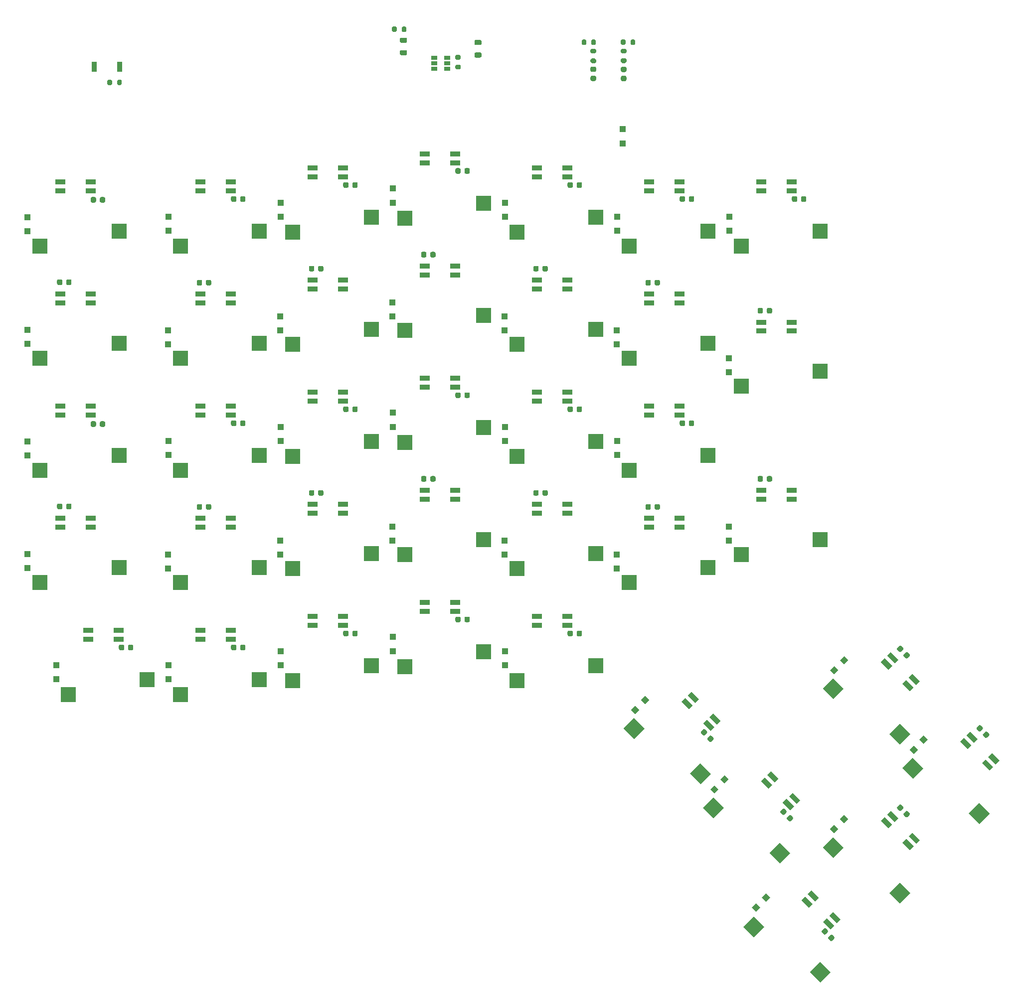
<source format=gbr>
%TF.GenerationSoftware,KiCad,Pcbnew,(5.1.8)-1*%
%TF.CreationDate,2022-07-09T15:07:12+10:00*%
%TF.ProjectId,ergonomic_split_left,6572676f-6e6f-46d6-9963-5f73706c6974,rev?*%
%TF.SameCoordinates,Original*%
%TF.FileFunction,Paste,Bot*%
%TF.FilePolarity,Positive*%
%FSLAX46Y46*%
G04 Gerber Fmt 4.6, Leading zero omitted, Abs format (unit mm)*
G04 Created by KiCad (PCBNEW (5.1.8)-1) date 2022-07-09 15:07:12*
%MOMM*%
%LPD*%
G01*
G04 APERTURE LIST*
%ADD10R,1.000000X1.000000*%
%ADD11R,2.550000X2.500000*%
%ADD12R,1.800000X0.900000*%
%ADD13C,0.100000*%
%ADD14R,0.900000X1.700000*%
%ADD15R,1.060000X0.650000*%
G04 APERTURE END LIST*
%TO.C,SW6*%
G36*
G01*
X101020160Y-162434080D02*
X101020160Y-161934080D01*
G75*
G02*
X101245160Y-161709080I225000J0D01*
G01*
X101695160Y-161709080D01*
G75*
G02*
X101920160Y-161934080I0J-225000D01*
G01*
X101920160Y-162434080D01*
G75*
G02*
X101695160Y-162659080I-225000J0D01*
G01*
X101245160Y-162659080D01*
G75*
G02*
X101020160Y-162434080I0J225000D01*
G01*
G37*
G36*
G01*
X102570160Y-162434080D02*
X102570160Y-161934080D01*
G75*
G02*
X102795160Y-161709080I225000J0D01*
G01*
X103245160Y-161709080D01*
G75*
G02*
X103470160Y-161934080I0J-225000D01*
G01*
X103470160Y-162434080D01*
G75*
G02*
X103245160Y-162659080I-225000J0D01*
G01*
X102795160Y-162659080D01*
G75*
G02*
X102570160Y-162434080I0J225000D01*
G01*
G37*
D10*
X90368120Y-165168580D03*
X90368120Y-167568580D03*
D11*
X105831260Y-167636310D03*
D12*
X95821260Y-160796310D03*
D11*
X92406260Y-170176310D03*
D12*
X95821260Y-159296310D03*
X101021260Y-159296310D03*
X101021260Y-160796310D03*
%TD*%
D10*
%TO.C,D1*%
X186608720Y-76537520D03*
X186608720Y-74137520D03*
%TD*%
%TO.C,SW37*%
G36*
G01*
X209508640Y-133787960D02*
X209508640Y-133287960D01*
G75*
G02*
X209733640Y-133062960I225000J0D01*
G01*
X210183640Y-133062960D01*
G75*
G02*
X210408640Y-133287960I0J-225000D01*
G01*
X210408640Y-133787960D01*
G75*
G02*
X210183640Y-134012960I-225000J0D01*
G01*
X209733640Y-134012960D01*
G75*
G02*
X209508640Y-133787960I0J225000D01*
G01*
G37*
X204602080Y-141627860D03*
X204602080Y-144027860D03*
G36*
G01*
X211058640Y-133787960D02*
X211058640Y-133287960D01*
G75*
G02*
X211283640Y-133062960I225000J0D01*
G01*
X211733640Y-133062960D01*
G75*
G02*
X211958640Y-133287960I0J-225000D01*
G01*
X211958640Y-133787960D01*
G75*
G02*
X211733640Y-134012960I-225000J0D01*
G01*
X211283640Y-134012960D01*
G75*
G02*
X211058640Y-133787960I0J225000D01*
G01*
G37*
D12*
X210122460Y-136984960D03*
X215322460Y-135484960D03*
X210122460Y-135484960D03*
X215322460Y-136984960D03*
D11*
X220131260Y-143823810D03*
X206706260Y-146363810D03*
%TD*%
%TO.C,SW36*%
G36*
G01*
X209508640Y-105212960D02*
X209508640Y-104712960D01*
G75*
G02*
X209733640Y-104487960I225000J0D01*
G01*
X210183640Y-104487960D01*
G75*
G02*
X210408640Y-104712960I0J-225000D01*
G01*
X210408640Y-105212960D01*
G75*
G02*
X210183640Y-105437960I-225000J0D01*
G01*
X209733640Y-105437960D01*
G75*
G02*
X209508640Y-105212960I0J225000D01*
G01*
G37*
D10*
X204602080Y-113052860D03*
X204602080Y-115452860D03*
G36*
G01*
X211058640Y-105212960D02*
X211058640Y-104712960D01*
G75*
G02*
X211283640Y-104487960I225000J0D01*
G01*
X211733640Y-104487960D01*
G75*
G02*
X211958640Y-104712960I0J-225000D01*
G01*
X211958640Y-105212960D01*
G75*
G02*
X211733640Y-105437960I-225000J0D01*
G01*
X211283640Y-105437960D01*
G75*
G02*
X211058640Y-105212960I0J225000D01*
G01*
G37*
D12*
X210122460Y-108409960D03*
X215322460Y-106909960D03*
X210122460Y-106909960D03*
X215322460Y-108409960D03*
D11*
X220131260Y-115248810D03*
X206706260Y-117788810D03*
%TD*%
%TO.C,SW24*%
G36*
G01*
X199891302Y-176468775D02*
X200244856Y-176115221D01*
G75*
G02*
X200563054Y-176115221I159099J-159099D01*
G01*
X200881252Y-176433419D01*
G75*
G02*
X200881252Y-176751617I-159099J-159099D01*
G01*
X200527698Y-177105171D01*
G75*
G02*
X200209500Y-177105171I-159099J159099D01*
G01*
X199891302Y-176786973D01*
G75*
G02*
X199891302Y-176468775I159099J159099D01*
G01*
G37*
D13*
G36*
X190373504Y-170380444D02*
G01*
X191080611Y-171087551D01*
X190373504Y-171794658D01*
X189666397Y-171087551D01*
X190373504Y-170380444D01*
G37*
G36*
X188676448Y-172077500D02*
G01*
X189383555Y-172784607D01*
X188676448Y-173491714D01*
X187969341Y-172784607D01*
X188676448Y-172077500D01*
G37*
G36*
G01*
X200987318Y-177564791D02*
X201340872Y-177211237D01*
G75*
G02*
X201659070Y-177211237I159099J-159099D01*
G01*
X201977268Y-177529435D01*
G75*
G02*
X201977268Y-177847633I-159099J-159099D01*
G01*
X201623714Y-178201187D01*
G75*
G02*
X201305516Y-178201187I-159099J159099D01*
G01*
X200987318Y-177882989D01*
G75*
G02*
X200987318Y-177564791I159099J159099D01*
G01*
G37*
G36*
X201567210Y-183644177D02*
G01*
X199799443Y-185411944D01*
X197996320Y-183608821D01*
X199764087Y-181841054D01*
X201567210Y-183644177D01*
G37*
G36*
X198494830Y-172029947D02*
G01*
X197858434Y-172666343D01*
X196585642Y-171393551D01*
X197222038Y-170757155D01*
X198494830Y-172029947D01*
G37*
G36*
X190278250Y-175947319D02*
G01*
X188510483Y-177715086D01*
X186707360Y-175911963D01*
X188475127Y-174144196D01*
X190278250Y-175947319D01*
G37*
G36*
X199555490Y-170969287D02*
G01*
X198919094Y-171605683D01*
X197646302Y-170332891D01*
X198282698Y-169696495D01*
X199555490Y-170969287D01*
G37*
G36*
X203232446Y-174646242D02*
G01*
X202596050Y-175282638D01*
X201323258Y-174009846D01*
X201959654Y-173373450D01*
X203232446Y-174646242D01*
G37*
G36*
X202171785Y-175706903D02*
G01*
X201535389Y-176343299D01*
X200262597Y-175070507D01*
X200898993Y-174434111D01*
X202171785Y-175706903D01*
G37*
%TD*%
%TO.C,SW18*%
G36*
G01*
X213385052Y-189962525D02*
X213738606Y-189608971D01*
G75*
G02*
X214056804Y-189608971I159099J-159099D01*
G01*
X214375002Y-189927169D01*
G75*
G02*
X214375002Y-190245367I-159099J-159099D01*
G01*
X214021448Y-190598921D01*
G75*
G02*
X213703250Y-190598921I-159099J159099D01*
G01*
X213385052Y-190280723D01*
G75*
G02*
X213385052Y-189962525I159099J159099D01*
G01*
G37*
G36*
X203867254Y-183874194D02*
G01*
X204574361Y-184581301D01*
X203867254Y-185288408D01*
X203160147Y-184581301D01*
X203867254Y-183874194D01*
G37*
G36*
X202170198Y-185571250D02*
G01*
X202877305Y-186278357D01*
X202170198Y-186985464D01*
X201463091Y-186278357D01*
X202170198Y-185571250D01*
G37*
G36*
G01*
X214481068Y-191058541D02*
X214834622Y-190704987D01*
G75*
G02*
X215152820Y-190704987I159099J-159099D01*
G01*
X215471018Y-191023185D01*
G75*
G02*
X215471018Y-191341383I-159099J-159099D01*
G01*
X215117464Y-191694937D01*
G75*
G02*
X214799266Y-191694937I-159099J159099D01*
G01*
X214481068Y-191376739D01*
G75*
G02*
X214481068Y-191058541I159099J159099D01*
G01*
G37*
G36*
X215060960Y-197137927D02*
G01*
X213293193Y-198905694D01*
X211490070Y-197102571D01*
X213257837Y-195334804D01*
X215060960Y-197137927D01*
G37*
G36*
X211988580Y-185523697D02*
G01*
X211352184Y-186160093D01*
X210079392Y-184887301D01*
X210715788Y-184250905D01*
X211988580Y-185523697D01*
G37*
G36*
X203772000Y-189441069D02*
G01*
X202004233Y-191208836D01*
X200201110Y-189405713D01*
X201968877Y-187637946D01*
X203772000Y-189441069D01*
G37*
G36*
X213049240Y-184463037D02*
G01*
X212412844Y-185099433D01*
X211140052Y-183826641D01*
X211776448Y-183190245D01*
X213049240Y-184463037D01*
G37*
G36*
X216726196Y-188139992D02*
G01*
X216089800Y-188776388D01*
X214817008Y-187503596D01*
X215453404Y-186867200D01*
X216726196Y-188139992D01*
G37*
G36*
X215665535Y-189200653D02*
G01*
X215029139Y-189837049D01*
X213756347Y-188564257D01*
X214392743Y-187927861D01*
X215665535Y-189200653D01*
G37*
%TD*%
%TO.C,SW5*%
G36*
G01*
X90522340Y-138469180D02*
X90522340Y-137969180D01*
G75*
G02*
X90747340Y-137744180I225000J0D01*
G01*
X91197340Y-137744180D01*
G75*
G02*
X91422340Y-137969180I0J-225000D01*
G01*
X91422340Y-138469180D01*
G75*
G02*
X91197340Y-138694180I-225000J0D01*
G01*
X90747340Y-138694180D01*
G75*
G02*
X90522340Y-138469180I0J225000D01*
G01*
G37*
D10*
X85473540Y-146296380D03*
X85473540Y-148696380D03*
G36*
G01*
X92072340Y-138469180D02*
X92072340Y-137969180D01*
G75*
G02*
X92297340Y-137744180I225000J0D01*
G01*
X92747340Y-137744180D01*
G75*
G02*
X92972340Y-137969180I0J-225000D01*
G01*
X92972340Y-138469180D01*
G75*
G02*
X92747340Y-138694180I-225000J0D01*
G01*
X92297340Y-138694180D01*
G75*
G02*
X92072340Y-138469180I0J225000D01*
G01*
G37*
D12*
X91059960Y-141747460D03*
X96259960Y-140247460D03*
X91059960Y-140247460D03*
X96259960Y-141747460D03*
D11*
X101068760Y-148586310D03*
X87643760Y-151126310D03*
%TD*%
%TO.C,SW4*%
G36*
G01*
X96237340Y-124473780D02*
X96237340Y-123973780D01*
G75*
G02*
X96462340Y-123748780I225000J0D01*
G01*
X96912340Y-123748780D01*
G75*
G02*
X97137340Y-123973780I0J-225000D01*
G01*
X97137340Y-124473780D01*
G75*
G02*
X96912340Y-124698780I-225000J0D01*
G01*
X96462340Y-124698780D01*
G75*
G02*
X96237340Y-124473780I0J225000D01*
G01*
G37*
D10*
X85524340Y-127170180D03*
X85524340Y-129570180D03*
G36*
G01*
X97787340Y-124473780D02*
X97787340Y-123973780D01*
G75*
G02*
X98012340Y-123748780I225000J0D01*
G01*
X98462340Y-123748780D01*
G75*
G02*
X98687340Y-123973780I0J-225000D01*
G01*
X98687340Y-124473780D01*
G75*
G02*
X98462340Y-124698780I-225000J0D01*
G01*
X98012340Y-124698780D01*
G75*
G02*
X97787340Y-124473780I0J225000D01*
G01*
G37*
D11*
X101068760Y-129536310D03*
D12*
X91058760Y-122696310D03*
D11*
X87643760Y-132076310D03*
D12*
X91058760Y-121196310D03*
X96258760Y-121196310D03*
X96258760Y-122696310D03*
%TD*%
%TO.C,SW3*%
G36*
G01*
X90522340Y-100369180D02*
X90522340Y-99869180D01*
G75*
G02*
X90747340Y-99644180I225000J0D01*
G01*
X91197340Y-99644180D01*
G75*
G02*
X91422340Y-99869180I0J-225000D01*
G01*
X91422340Y-100369180D01*
G75*
G02*
X91197340Y-100594180I-225000J0D01*
G01*
X90747340Y-100594180D01*
G75*
G02*
X90522340Y-100369180I0J225000D01*
G01*
G37*
D10*
X85473540Y-108196380D03*
X85473540Y-110596380D03*
G36*
G01*
X92072340Y-100369180D02*
X92072340Y-99869180D01*
G75*
G02*
X92297340Y-99644180I225000J0D01*
G01*
X92747340Y-99644180D01*
G75*
G02*
X92972340Y-99869180I0J-225000D01*
G01*
X92972340Y-100369180D01*
G75*
G02*
X92747340Y-100594180I-225000J0D01*
G01*
X92297340Y-100594180D01*
G75*
G02*
X92072340Y-100369180I0J225000D01*
G01*
G37*
D12*
X91059960Y-103647460D03*
X96259960Y-102147460D03*
X91059960Y-102147460D03*
X96259960Y-103647460D03*
D11*
X101068760Y-110486310D03*
X87643760Y-113026310D03*
%TD*%
%TO.C,SW2*%
G36*
G01*
X96237340Y-86373780D02*
X96237340Y-85873780D01*
G75*
G02*
X96462340Y-85648780I225000J0D01*
G01*
X96912340Y-85648780D01*
G75*
G02*
X97137340Y-85873780I0J-225000D01*
G01*
X97137340Y-86373780D01*
G75*
G02*
X96912340Y-86598780I-225000J0D01*
G01*
X96462340Y-86598780D01*
G75*
G02*
X96237340Y-86373780I0J225000D01*
G01*
G37*
D10*
X85524340Y-89070180D03*
X85524340Y-91470180D03*
G36*
G01*
X97787340Y-86373780D02*
X97787340Y-85873780D01*
G75*
G02*
X98012340Y-85648780I225000J0D01*
G01*
X98462340Y-85648780D01*
G75*
G02*
X98687340Y-85873780I0J-225000D01*
G01*
X98687340Y-86373780D01*
G75*
G02*
X98462340Y-86598780I-225000J0D01*
G01*
X98012340Y-86598780D01*
G75*
G02*
X97787340Y-86373780I0J225000D01*
G01*
G37*
D11*
X101068760Y-91436310D03*
D12*
X91058760Y-84596310D03*
D11*
X87643760Y-93976310D03*
D12*
X91058760Y-83096310D03*
X96258760Y-83096310D03*
X96258760Y-84596310D03*
%TD*%
%TO.C,SW39*%
G36*
G01*
X215320160Y-86234080D02*
X215320160Y-85734080D01*
G75*
G02*
X215545160Y-85509080I225000J0D01*
G01*
X215995160Y-85509080D01*
G75*
G02*
X216220160Y-85734080I0J-225000D01*
G01*
X216220160Y-86234080D01*
G75*
G02*
X215995160Y-86459080I-225000J0D01*
G01*
X215545160Y-86459080D01*
G75*
G02*
X215320160Y-86234080I0J225000D01*
G01*
G37*
G36*
G01*
X216870160Y-86234080D02*
X216870160Y-85734080D01*
G75*
G02*
X217095160Y-85509080I225000J0D01*
G01*
X217545160Y-85509080D01*
G75*
G02*
X217770160Y-85734080I0J-225000D01*
G01*
X217770160Y-86234080D01*
G75*
G02*
X217545160Y-86459080I-225000J0D01*
G01*
X217095160Y-86459080D01*
G75*
G02*
X216870160Y-86234080I0J225000D01*
G01*
G37*
D10*
X204668120Y-88968580D03*
X204668120Y-91368580D03*
D11*
X220131260Y-91436310D03*
D12*
X210121260Y-84596310D03*
D11*
X206706260Y-93976310D03*
D12*
X210121260Y-83096310D03*
X215321260Y-83096310D03*
X215321260Y-84596310D03*
%TD*%
%TO.C,SW38*%
G36*
G01*
X246709915Y-175778965D02*
X247063469Y-175425411D01*
G75*
G02*
X247381667Y-175425411I159099J-159099D01*
G01*
X247699865Y-175743609D01*
G75*
G02*
X247699865Y-176061807I-159099J-159099D01*
G01*
X247346311Y-176415361D01*
G75*
G02*
X247028113Y-176415361I-159099J159099D01*
G01*
X246709915Y-176097163D01*
G75*
G02*
X246709915Y-175778965I159099J159099D01*
G01*
G37*
D13*
G36*
X237696807Y-177146042D02*
G01*
X238403914Y-177853149D01*
X237696807Y-178560256D01*
X236989700Y-177853149D01*
X237696807Y-177146042D01*
G37*
G36*
X235999751Y-178843098D02*
G01*
X236706858Y-179550205D01*
X235999751Y-180257312D01*
X235292644Y-179550205D01*
X235999751Y-178843098D01*
G37*
G36*
G01*
X247805931Y-176874980D02*
X248159485Y-176521426D01*
G75*
G02*
X248477683Y-176521426I159099J-159099D01*
G01*
X248795881Y-176839624D01*
G75*
G02*
X248795881Y-177157822I-159099J-159099D01*
G01*
X248442327Y-177511376D01*
G75*
G02*
X248124129Y-177511376I-159099J159099D01*
G01*
X247805931Y-177193178D01*
G75*
G02*
X247805931Y-176874980I159099J159099D01*
G01*
G37*
G36*
X245837926Y-178791819D02*
G01*
X245201530Y-179428215D01*
X243928738Y-178155423D01*
X244565134Y-177519027D01*
X245837926Y-178791819D01*
G37*
G36*
X250575541Y-181408114D02*
G01*
X249939145Y-182044510D01*
X248666353Y-180771718D01*
X249302749Y-180135322D01*
X250575541Y-181408114D01*
G37*
G36*
X246898586Y-177731159D02*
G01*
X246262190Y-178367555D01*
X244989398Y-177094763D01*
X245625794Y-176458367D01*
X246898586Y-177731159D01*
G37*
G36*
X249514881Y-182468774D02*
G01*
X248878485Y-183105170D01*
X247605693Y-181832378D01*
X248242089Y-181195982D01*
X249514881Y-182468774D01*
G37*
G36*
X248910270Y-190404387D02*
G01*
X247142503Y-192172154D01*
X245339380Y-190369031D01*
X247107147Y-188601264D01*
X248910270Y-190404387D01*
G37*
G36*
X237621310Y-182707529D02*
G01*
X235853543Y-184475296D01*
X234050420Y-182672173D01*
X235818187Y-180904406D01*
X237621310Y-182707529D01*
G37*
%TD*%
%TO.C,SW35*%
G36*
G01*
X233216165Y-162285215D02*
X233569719Y-161931661D01*
G75*
G02*
X233887917Y-161931661I159099J-159099D01*
G01*
X234206115Y-162249859D01*
G75*
G02*
X234206115Y-162568057I-159099J-159099D01*
G01*
X233852561Y-162921611D01*
G75*
G02*
X233534363Y-162921611I-159099J159099D01*
G01*
X233216165Y-162603413D01*
G75*
G02*
X233216165Y-162285215I159099J159099D01*
G01*
G37*
G36*
X224203057Y-163652292D02*
G01*
X224910164Y-164359399D01*
X224203057Y-165066506D01*
X223495950Y-164359399D01*
X224203057Y-163652292D01*
G37*
G36*
X222506001Y-165349348D02*
G01*
X223213108Y-166056455D01*
X222506001Y-166763562D01*
X221798894Y-166056455D01*
X222506001Y-165349348D01*
G37*
G36*
G01*
X234312181Y-163381230D02*
X234665735Y-163027676D01*
G75*
G02*
X234983933Y-163027676I159099J-159099D01*
G01*
X235302131Y-163345874D01*
G75*
G02*
X235302131Y-163664072I-159099J-159099D01*
G01*
X234948577Y-164017626D01*
G75*
G02*
X234630379Y-164017626I-159099J159099D01*
G01*
X234312181Y-163699428D01*
G75*
G02*
X234312181Y-163381230I159099J159099D01*
G01*
G37*
G36*
X232344176Y-165298069D02*
G01*
X231707780Y-165934465D01*
X230434988Y-164661673D01*
X231071384Y-164025277D01*
X232344176Y-165298069D01*
G37*
G36*
X237081791Y-167914364D02*
G01*
X236445395Y-168550760D01*
X235172603Y-167277968D01*
X235808999Y-166641572D01*
X237081791Y-167914364D01*
G37*
G36*
X233404836Y-164237409D02*
G01*
X232768440Y-164873805D01*
X231495648Y-163601013D01*
X232132044Y-162964617D01*
X233404836Y-164237409D01*
G37*
G36*
X236021131Y-168975024D02*
G01*
X235384735Y-169611420D01*
X234111943Y-168338628D01*
X234748339Y-167702232D01*
X236021131Y-168975024D01*
G37*
G36*
X235416520Y-176910637D02*
G01*
X233648753Y-178678404D01*
X231845630Y-176875281D01*
X233613397Y-175107514D01*
X235416520Y-176910637D01*
G37*
G36*
X224127560Y-169213779D02*
G01*
X222359793Y-170981546D01*
X220556670Y-169178423D01*
X222324437Y-167410656D01*
X224127560Y-169213779D01*
G37*
%TD*%
%TO.C,SW34*%
G36*
G01*
X190458640Y-138550460D02*
X190458640Y-138050460D01*
G75*
G02*
X190683640Y-137825460I225000J0D01*
G01*
X191133640Y-137825460D01*
G75*
G02*
X191358640Y-138050460I0J-225000D01*
G01*
X191358640Y-138550460D01*
G75*
G02*
X191133640Y-138775460I-225000J0D01*
G01*
X190683640Y-138775460D01*
G75*
G02*
X190458640Y-138550460I0J225000D01*
G01*
G37*
D10*
X185552080Y-146390360D03*
X185552080Y-148790360D03*
G36*
G01*
X192008640Y-138550460D02*
X192008640Y-138050460D01*
G75*
G02*
X192233640Y-137825460I225000J0D01*
G01*
X192683640Y-137825460D01*
G75*
G02*
X192908640Y-138050460I0J-225000D01*
G01*
X192908640Y-138550460D01*
G75*
G02*
X192683640Y-138775460I-225000J0D01*
G01*
X192233640Y-138775460D01*
G75*
G02*
X192008640Y-138550460I0J225000D01*
G01*
G37*
D12*
X191072460Y-141747460D03*
X196272460Y-140247460D03*
X191072460Y-140247460D03*
X196272460Y-141747460D03*
D11*
X201081260Y-148586310D03*
X187656260Y-151126310D03*
%TD*%
%TO.C,SW33*%
G36*
G01*
X196270160Y-124334080D02*
X196270160Y-123834080D01*
G75*
G02*
X196495160Y-123609080I225000J0D01*
G01*
X196945160Y-123609080D01*
G75*
G02*
X197170160Y-123834080I0J-225000D01*
G01*
X197170160Y-124334080D01*
G75*
G02*
X196945160Y-124559080I-225000J0D01*
G01*
X196495160Y-124559080D01*
G75*
G02*
X196270160Y-124334080I0J225000D01*
G01*
G37*
G36*
G01*
X197820160Y-124334080D02*
X197820160Y-123834080D01*
G75*
G02*
X198045160Y-123609080I225000J0D01*
G01*
X198495160Y-123609080D01*
G75*
G02*
X198720160Y-123834080I0J-225000D01*
G01*
X198720160Y-124334080D01*
G75*
G02*
X198495160Y-124559080I-225000J0D01*
G01*
X198045160Y-124559080D01*
G75*
G02*
X197820160Y-124334080I0J225000D01*
G01*
G37*
D10*
X185618120Y-127068580D03*
X185618120Y-129468580D03*
D11*
X201081260Y-129536310D03*
D12*
X191071260Y-122696310D03*
D11*
X187656260Y-132076310D03*
D12*
X191071260Y-121196310D03*
X196271260Y-121196310D03*
X196271260Y-122696310D03*
%TD*%
%TO.C,SW32*%
G36*
G01*
X190458640Y-100450460D02*
X190458640Y-99950460D01*
G75*
G02*
X190683640Y-99725460I225000J0D01*
G01*
X191133640Y-99725460D01*
G75*
G02*
X191358640Y-99950460I0J-225000D01*
G01*
X191358640Y-100450460D01*
G75*
G02*
X191133640Y-100675460I-225000J0D01*
G01*
X190683640Y-100675460D01*
G75*
G02*
X190458640Y-100450460I0J225000D01*
G01*
G37*
D10*
X185552080Y-108290360D03*
X185552080Y-110690360D03*
G36*
G01*
X192008640Y-100450460D02*
X192008640Y-99950460D01*
G75*
G02*
X192233640Y-99725460I225000J0D01*
G01*
X192683640Y-99725460D01*
G75*
G02*
X192908640Y-99950460I0J-225000D01*
G01*
X192908640Y-100450460D01*
G75*
G02*
X192683640Y-100675460I-225000J0D01*
G01*
X192233640Y-100675460D01*
G75*
G02*
X192008640Y-100450460I0J225000D01*
G01*
G37*
D12*
X191072460Y-103647460D03*
X196272460Y-102147460D03*
X191072460Y-102147460D03*
X196272460Y-103647460D03*
D11*
X201081260Y-110486310D03*
X187656260Y-113026310D03*
%TD*%
%TO.C,SW31*%
G36*
G01*
X196266420Y-86230390D02*
X196266420Y-85730390D01*
G75*
G02*
X196491420Y-85505390I225000J0D01*
G01*
X196941420Y-85505390D01*
G75*
G02*
X197166420Y-85730390I0J-225000D01*
G01*
X197166420Y-86230390D01*
G75*
G02*
X196941420Y-86455390I-225000J0D01*
G01*
X196491420Y-86455390D01*
G75*
G02*
X196266420Y-86230390I0J225000D01*
G01*
G37*
G36*
G01*
X197816420Y-86230390D02*
X197816420Y-85730390D01*
G75*
G02*
X198041420Y-85505390I225000J0D01*
G01*
X198491420Y-85505390D01*
G75*
G02*
X198716420Y-85730390I0J-225000D01*
G01*
X198716420Y-86230390D01*
G75*
G02*
X198491420Y-86455390I-225000J0D01*
G01*
X198041420Y-86455390D01*
G75*
G02*
X197816420Y-86230390I0J225000D01*
G01*
G37*
D10*
X185614380Y-88964890D03*
X185614380Y-91364890D03*
D11*
X201077520Y-91432620D03*
D12*
X191067520Y-84592620D03*
D11*
X187652520Y-93972620D03*
D12*
X191067520Y-83092620D03*
X196267520Y-83092620D03*
X196267520Y-84592620D03*
%TD*%
%TO.C,SW30*%
G36*
G01*
X233216130Y-189267461D02*
X233569684Y-188913907D01*
G75*
G02*
X233887882Y-188913907I159099J-159099D01*
G01*
X234206080Y-189232105D01*
G75*
G02*
X234206080Y-189550303I-159099J-159099D01*
G01*
X233852526Y-189903857D01*
G75*
G02*
X233534328Y-189903857I-159099J159099D01*
G01*
X233216130Y-189585659D01*
G75*
G02*
X233216130Y-189267461I159099J159099D01*
G01*
G37*
D13*
G36*
X224203022Y-190634538D02*
G01*
X224910129Y-191341645D01*
X224203022Y-192048752D01*
X223495915Y-191341645D01*
X224203022Y-190634538D01*
G37*
G36*
X222505966Y-192331594D02*
G01*
X223213073Y-193038701D01*
X222505966Y-193745808D01*
X221798859Y-193038701D01*
X222505966Y-192331594D01*
G37*
G36*
G01*
X234312146Y-190363476D02*
X234665700Y-190009922D01*
G75*
G02*
X234983898Y-190009922I159099J-159099D01*
G01*
X235302096Y-190328120D01*
G75*
G02*
X235302096Y-190646318I-159099J-159099D01*
G01*
X234948542Y-190999872D01*
G75*
G02*
X234630344Y-190999872I-159099J159099D01*
G01*
X234312146Y-190681674D01*
G75*
G02*
X234312146Y-190363476I159099J159099D01*
G01*
G37*
G36*
X232344141Y-192280315D02*
G01*
X231707745Y-192916711D01*
X230434953Y-191643919D01*
X231071349Y-191007523D01*
X232344141Y-192280315D01*
G37*
G36*
X237081756Y-194896610D02*
G01*
X236445360Y-195533006D01*
X235172568Y-194260214D01*
X235808964Y-193623818D01*
X237081756Y-194896610D01*
G37*
G36*
X233404801Y-191219655D02*
G01*
X232768405Y-191856051D01*
X231495613Y-190583259D01*
X232132009Y-189946863D01*
X233404801Y-191219655D01*
G37*
G36*
X236021096Y-195957270D02*
G01*
X235384700Y-196593666D01*
X234111908Y-195320874D01*
X234748304Y-194684478D01*
X236021096Y-195957270D01*
G37*
G36*
X235416485Y-203892883D02*
G01*
X233648718Y-205660650D01*
X231845595Y-203857527D01*
X233613362Y-202089760D01*
X235416485Y-203892883D01*
G37*
G36*
X224127525Y-196196025D02*
G01*
X222359758Y-197963792D01*
X220556635Y-196160669D01*
X222324402Y-194392902D01*
X224127525Y-196196025D01*
G37*
%TD*%
%TO.C,SW29*%
G36*
G01*
X177220160Y-160052830D02*
X177220160Y-159552830D01*
G75*
G02*
X177445160Y-159327830I225000J0D01*
G01*
X177895160Y-159327830D01*
G75*
G02*
X178120160Y-159552830I0J-225000D01*
G01*
X178120160Y-160052830D01*
G75*
G02*
X177895160Y-160277830I-225000J0D01*
G01*
X177445160Y-160277830D01*
G75*
G02*
X177220160Y-160052830I0J225000D01*
G01*
G37*
G36*
G01*
X178770160Y-160052830D02*
X178770160Y-159552830D01*
G75*
G02*
X178995160Y-159327830I225000J0D01*
G01*
X179445160Y-159327830D01*
G75*
G02*
X179670160Y-159552830I0J-225000D01*
G01*
X179670160Y-160052830D01*
G75*
G02*
X179445160Y-160277830I-225000J0D01*
G01*
X178995160Y-160277830D01*
G75*
G02*
X178770160Y-160052830I0J225000D01*
G01*
G37*
D10*
X166568120Y-162787330D03*
X166568120Y-165187330D03*
D11*
X182031260Y-165255060D03*
D12*
X172021260Y-158415060D03*
D11*
X168606260Y-167795060D03*
D12*
X172021260Y-156915060D03*
X177221260Y-156915060D03*
X177221260Y-158415060D03*
%TD*%
%TO.C,SW28*%
G36*
G01*
X171408640Y-136169210D02*
X171408640Y-135669210D01*
G75*
G02*
X171633640Y-135444210I225000J0D01*
G01*
X172083640Y-135444210D01*
G75*
G02*
X172308640Y-135669210I0J-225000D01*
G01*
X172308640Y-136169210D01*
G75*
G02*
X172083640Y-136394210I-225000J0D01*
G01*
X171633640Y-136394210D01*
G75*
G02*
X171408640Y-136169210I0J225000D01*
G01*
G37*
D10*
X166502080Y-144009110D03*
X166502080Y-146409110D03*
G36*
G01*
X172958640Y-136169210D02*
X172958640Y-135669210D01*
G75*
G02*
X173183640Y-135444210I225000J0D01*
G01*
X173633640Y-135444210D01*
G75*
G02*
X173858640Y-135669210I0J-225000D01*
G01*
X173858640Y-136169210D01*
G75*
G02*
X173633640Y-136394210I-225000J0D01*
G01*
X173183640Y-136394210D01*
G75*
G02*
X172958640Y-136169210I0J225000D01*
G01*
G37*
D12*
X172022460Y-139366210D03*
X177222460Y-137866210D03*
X172022460Y-137866210D03*
X177222460Y-139366210D03*
D11*
X182031260Y-146205060D03*
X168606260Y-148745060D03*
%TD*%
%TO.C,SW27*%
G36*
G01*
X177220160Y-121952830D02*
X177220160Y-121452830D01*
G75*
G02*
X177445160Y-121227830I225000J0D01*
G01*
X177895160Y-121227830D01*
G75*
G02*
X178120160Y-121452830I0J-225000D01*
G01*
X178120160Y-121952830D01*
G75*
G02*
X177895160Y-122177830I-225000J0D01*
G01*
X177445160Y-122177830D01*
G75*
G02*
X177220160Y-121952830I0J225000D01*
G01*
G37*
G36*
G01*
X178770160Y-121952830D02*
X178770160Y-121452830D01*
G75*
G02*
X178995160Y-121227830I225000J0D01*
G01*
X179445160Y-121227830D01*
G75*
G02*
X179670160Y-121452830I0J-225000D01*
G01*
X179670160Y-121952830D01*
G75*
G02*
X179445160Y-122177830I-225000J0D01*
G01*
X178995160Y-122177830D01*
G75*
G02*
X178770160Y-121952830I0J225000D01*
G01*
G37*
D10*
X166568120Y-124687330D03*
X166568120Y-127087330D03*
D11*
X182031260Y-127155060D03*
D12*
X172021260Y-120315060D03*
D11*
X168606260Y-129695060D03*
D12*
X172021260Y-118815060D03*
X177221260Y-118815060D03*
X177221260Y-120315060D03*
%TD*%
%TO.C,SW26*%
G36*
G01*
X171408640Y-98069210D02*
X171408640Y-97569210D01*
G75*
G02*
X171633640Y-97344210I225000J0D01*
G01*
X172083640Y-97344210D01*
G75*
G02*
X172308640Y-97569210I0J-225000D01*
G01*
X172308640Y-98069210D01*
G75*
G02*
X172083640Y-98294210I-225000J0D01*
G01*
X171633640Y-98294210D01*
G75*
G02*
X171408640Y-98069210I0J225000D01*
G01*
G37*
D10*
X166502080Y-105909110D03*
X166502080Y-108309110D03*
G36*
G01*
X172958640Y-98069210D02*
X172958640Y-97569210D01*
G75*
G02*
X173183640Y-97344210I225000J0D01*
G01*
X173633640Y-97344210D01*
G75*
G02*
X173858640Y-97569210I0J-225000D01*
G01*
X173858640Y-98069210D01*
G75*
G02*
X173633640Y-98294210I-225000J0D01*
G01*
X173183640Y-98294210D01*
G75*
G02*
X172958640Y-98069210I0J225000D01*
G01*
G37*
D12*
X172022460Y-101266210D03*
X177222460Y-99766210D03*
X172022460Y-99766210D03*
X177222460Y-101266210D03*
D11*
X182031260Y-108105060D03*
X168606260Y-110645060D03*
%TD*%
%TO.C,SW25*%
G36*
G01*
X177220160Y-83852830D02*
X177220160Y-83352830D01*
G75*
G02*
X177445160Y-83127830I225000J0D01*
G01*
X177895160Y-83127830D01*
G75*
G02*
X178120160Y-83352830I0J-225000D01*
G01*
X178120160Y-83852830D01*
G75*
G02*
X177895160Y-84077830I-225000J0D01*
G01*
X177445160Y-84077830D01*
G75*
G02*
X177220160Y-83852830I0J225000D01*
G01*
G37*
G36*
G01*
X178770160Y-83852830D02*
X178770160Y-83352830D01*
G75*
G02*
X178995160Y-83127830I225000J0D01*
G01*
X179445160Y-83127830D01*
G75*
G02*
X179670160Y-83352830I0J-225000D01*
G01*
X179670160Y-83852830D01*
G75*
G02*
X179445160Y-84077830I-225000J0D01*
G01*
X178995160Y-84077830D01*
G75*
G02*
X178770160Y-83852830I0J225000D01*
G01*
G37*
D10*
X166568120Y-86587330D03*
X166568120Y-88987330D03*
D11*
X182031260Y-89055060D03*
D12*
X172021260Y-82215060D03*
D11*
X168606260Y-91595060D03*
D12*
X172021260Y-80715060D03*
X177221260Y-80715060D03*
X177221260Y-82215060D03*
%TD*%
%TO.C,SW23*%
G36*
G01*
X158166420Y-157671580D02*
X158166420Y-157171580D01*
G75*
G02*
X158391420Y-156946580I225000J0D01*
G01*
X158841420Y-156946580D01*
G75*
G02*
X159066420Y-157171580I0J-225000D01*
G01*
X159066420Y-157671580D01*
G75*
G02*
X158841420Y-157896580I-225000J0D01*
G01*
X158391420Y-157896580D01*
G75*
G02*
X158166420Y-157671580I0J225000D01*
G01*
G37*
G36*
G01*
X159716420Y-157671580D02*
X159716420Y-157171580D01*
G75*
G02*
X159941420Y-156946580I225000J0D01*
G01*
X160391420Y-156946580D01*
G75*
G02*
X160616420Y-157171580I0J-225000D01*
G01*
X160616420Y-157671580D01*
G75*
G02*
X160391420Y-157896580I-225000J0D01*
G01*
X159941420Y-157896580D01*
G75*
G02*
X159716420Y-157671580I0J225000D01*
G01*
G37*
D10*
X147514380Y-160406080D03*
X147514380Y-162806080D03*
D11*
X162977520Y-162873810D03*
D12*
X152967520Y-156033810D03*
D11*
X149552520Y-165413810D03*
D12*
X152967520Y-154533810D03*
X158167520Y-154533810D03*
X158167520Y-156033810D03*
%TD*%
%TO.C,SW22*%
G36*
G01*
X152358640Y-133787960D02*
X152358640Y-133287960D01*
G75*
G02*
X152583640Y-133062960I225000J0D01*
G01*
X153033640Y-133062960D01*
G75*
G02*
X153258640Y-133287960I0J-225000D01*
G01*
X153258640Y-133787960D01*
G75*
G02*
X153033640Y-134012960I-225000J0D01*
G01*
X152583640Y-134012960D01*
G75*
G02*
X152358640Y-133787960I0J225000D01*
G01*
G37*
D10*
X147452080Y-141627860D03*
X147452080Y-144027860D03*
G36*
G01*
X153908640Y-133787960D02*
X153908640Y-133287960D01*
G75*
G02*
X154133640Y-133062960I225000J0D01*
G01*
X154583640Y-133062960D01*
G75*
G02*
X154808640Y-133287960I0J-225000D01*
G01*
X154808640Y-133787960D01*
G75*
G02*
X154583640Y-134012960I-225000J0D01*
G01*
X154133640Y-134012960D01*
G75*
G02*
X153908640Y-133787960I0J225000D01*
G01*
G37*
D12*
X152972460Y-136984960D03*
X158172460Y-135484960D03*
X152972460Y-135484960D03*
X158172460Y-136984960D03*
D11*
X162981260Y-143823810D03*
X149556260Y-146363810D03*
%TD*%
%TO.C,SW21*%
G36*
G01*
X158170160Y-119571580D02*
X158170160Y-119071580D01*
G75*
G02*
X158395160Y-118846580I225000J0D01*
G01*
X158845160Y-118846580D01*
G75*
G02*
X159070160Y-119071580I0J-225000D01*
G01*
X159070160Y-119571580D01*
G75*
G02*
X158845160Y-119796580I-225000J0D01*
G01*
X158395160Y-119796580D01*
G75*
G02*
X158170160Y-119571580I0J225000D01*
G01*
G37*
G36*
G01*
X159720160Y-119571580D02*
X159720160Y-119071580D01*
G75*
G02*
X159945160Y-118846580I225000J0D01*
G01*
X160395160Y-118846580D01*
G75*
G02*
X160620160Y-119071580I0J-225000D01*
G01*
X160620160Y-119571580D01*
G75*
G02*
X160395160Y-119796580I-225000J0D01*
G01*
X159945160Y-119796580D01*
G75*
G02*
X159720160Y-119571580I0J225000D01*
G01*
G37*
D10*
X147518120Y-122306080D03*
X147518120Y-124706080D03*
D11*
X162981260Y-124773810D03*
D12*
X152971260Y-117933810D03*
D11*
X149556260Y-127313810D03*
D12*
X152971260Y-116433810D03*
X158171260Y-116433810D03*
X158171260Y-117933810D03*
%TD*%
%TO.C,SW20*%
G36*
G01*
X152358640Y-95687960D02*
X152358640Y-95187960D01*
G75*
G02*
X152583640Y-94962960I225000J0D01*
G01*
X153033640Y-94962960D01*
G75*
G02*
X153258640Y-95187960I0J-225000D01*
G01*
X153258640Y-95687960D01*
G75*
G02*
X153033640Y-95912960I-225000J0D01*
G01*
X152583640Y-95912960D01*
G75*
G02*
X152358640Y-95687960I0J225000D01*
G01*
G37*
D10*
X147452080Y-103527860D03*
X147452080Y-105927860D03*
G36*
G01*
X153908640Y-95687960D02*
X153908640Y-95187960D01*
G75*
G02*
X154133640Y-94962960I225000J0D01*
G01*
X154583640Y-94962960D01*
G75*
G02*
X154808640Y-95187960I0J-225000D01*
G01*
X154808640Y-95687960D01*
G75*
G02*
X154583640Y-95912960I-225000J0D01*
G01*
X154133640Y-95912960D01*
G75*
G02*
X153908640Y-95687960I0J225000D01*
G01*
G37*
D12*
X152972460Y-98884960D03*
X158172460Y-97384960D03*
X152972460Y-97384960D03*
X158172460Y-98884960D03*
D11*
X162981260Y-105723810D03*
X149556260Y-108263810D03*
%TD*%
%TO.C,SW19*%
G36*
G01*
X158170160Y-81467890D02*
X158170160Y-80967890D01*
G75*
G02*
X158395160Y-80742890I225000J0D01*
G01*
X158845160Y-80742890D01*
G75*
G02*
X159070160Y-80967890I0J-225000D01*
G01*
X159070160Y-81467890D01*
G75*
G02*
X158845160Y-81692890I-225000J0D01*
G01*
X158395160Y-81692890D01*
G75*
G02*
X158170160Y-81467890I0J225000D01*
G01*
G37*
G36*
G01*
X159720160Y-81467890D02*
X159720160Y-80967890D01*
G75*
G02*
X159945160Y-80742890I225000J0D01*
G01*
X160395160Y-80742890D01*
G75*
G02*
X160620160Y-80967890I0J-225000D01*
G01*
X160620160Y-81467890D01*
G75*
G02*
X160395160Y-81692890I-225000J0D01*
G01*
X159945160Y-81692890D01*
G75*
G02*
X159720160Y-81467890I0J225000D01*
G01*
G37*
D10*
X147518120Y-84202390D03*
X147518120Y-86602390D03*
D11*
X162981260Y-86670120D03*
D12*
X152971260Y-79830120D03*
D11*
X149556260Y-89210120D03*
D12*
X152971260Y-78330120D03*
X158171260Y-78330120D03*
X158171260Y-79830120D03*
%TD*%
%TO.C,SW17*%
G36*
G01*
X139120160Y-160052830D02*
X139120160Y-159552830D01*
G75*
G02*
X139345160Y-159327830I225000J0D01*
G01*
X139795160Y-159327830D01*
G75*
G02*
X140020160Y-159552830I0J-225000D01*
G01*
X140020160Y-160052830D01*
G75*
G02*
X139795160Y-160277830I-225000J0D01*
G01*
X139345160Y-160277830D01*
G75*
G02*
X139120160Y-160052830I0J225000D01*
G01*
G37*
G36*
G01*
X140670160Y-160052830D02*
X140670160Y-159552830D01*
G75*
G02*
X140895160Y-159327830I225000J0D01*
G01*
X141345160Y-159327830D01*
G75*
G02*
X141570160Y-159552830I0J-225000D01*
G01*
X141570160Y-160052830D01*
G75*
G02*
X141345160Y-160277830I-225000J0D01*
G01*
X140895160Y-160277830D01*
G75*
G02*
X140670160Y-160052830I0J225000D01*
G01*
G37*
D10*
X128468120Y-162787330D03*
X128468120Y-165187330D03*
D11*
X143931260Y-165255060D03*
D12*
X133921260Y-158415060D03*
D11*
X130506260Y-167795060D03*
D12*
X133921260Y-156915060D03*
X139121260Y-156915060D03*
X139121260Y-158415060D03*
%TD*%
%TO.C,SW16*%
G36*
G01*
X133308640Y-136169210D02*
X133308640Y-135669210D01*
G75*
G02*
X133533640Y-135444210I225000J0D01*
G01*
X133983640Y-135444210D01*
G75*
G02*
X134208640Y-135669210I0J-225000D01*
G01*
X134208640Y-136169210D01*
G75*
G02*
X133983640Y-136394210I-225000J0D01*
G01*
X133533640Y-136394210D01*
G75*
G02*
X133308640Y-136169210I0J225000D01*
G01*
G37*
D10*
X128402080Y-144009110D03*
X128402080Y-146409110D03*
G36*
G01*
X134858640Y-136169210D02*
X134858640Y-135669210D01*
G75*
G02*
X135083640Y-135444210I225000J0D01*
G01*
X135533640Y-135444210D01*
G75*
G02*
X135758640Y-135669210I0J-225000D01*
G01*
X135758640Y-136169210D01*
G75*
G02*
X135533640Y-136394210I-225000J0D01*
G01*
X135083640Y-136394210D01*
G75*
G02*
X134858640Y-136169210I0J225000D01*
G01*
G37*
D12*
X133922460Y-139366210D03*
X139122460Y-137866210D03*
X133922460Y-137866210D03*
X139122460Y-139366210D03*
D11*
X143931260Y-146205060D03*
X130506260Y-148745060D03*
%TD*%
%TO.C,SW15*%
G36*
G01*
X139120160Y-121952830D02*
X139120160Y-121452830D01*
G75*
G02*
X139345160Y-121227830I225000J0D01*
G01*
X139795160Y-121227830D01*
G75*
G02*
X140020160Y-121452830I0J-225000D01*
G01*
X140020160Y-121952830D01*
G75*
G02*
X139795160Y-122177830I-225000J0D01*
G01*
X139345160Y-122177830D01*
G75*
G02*
X139120160Y-121952830I0J225000D01*
G01*
G37*
G36*
G01*
X140670160Y-121952830D02*
X140670160Y-121452830D01*
G75*
G02*
X140895160Y-121227830I225000J0D01*
G01*
X141345160Y-121227830D01*
G75*
G02*
X141570160Y-121452830I0J-225000D01*
G01*
X141570160Y-121952830D01*
G75*
G02*
X141345160Y-122177830I-225000J0D01*
G01*
X140895160Y-122177830D01*
G75*
G02*
X140670160Y-121952830I0J225000D01*
G01*
G37*
D10*
X128468120Y-124687330D03*
X128468120Y-127087330D03*
D11*
X143931260Y-127155060D03*
D12*
X133921260Y-120315060D03*
D11*
X130506260Y-129695060D03*
D12*
X133921260Y-118815060D03*
X139121260Y-118815060D03*
X139121260Y-120315060D03*
%TD*%
%TO.C,SW14*%
G36*
G01*
X133304900Y-98065520D02*
X133304900Y-97565520D01*
G75*
G02*
X133529900Y-97340520I225000J0D01*
G01*
X133979900Y-97340520D01*
G75*
G02*
X134204900Y-97565520I0J-225000D01*
G01*
X134204900Y-98065520D01*
G75*
G02*
X133979900Y-98290520I-225000J0D01*
G01*
X133529900Y-98290520D01*
G75*
G02*
X133304900Y-98065520I0J225000D01*
G01*
G37*
D10*
X128398340Y-105905420D03*
X128398340Y-108305420D03*
G36*
G01*
X134854900Y-98065520D02*
X134854900Y-97565520D01*
G75*
G02*
X135079900Y-97340520I225000J0D01*
G01*
X135529900Y-97340520D01*
G75*
G02*
X135754900Y-97565520I0J-225000D01*
G01*
X135754900Y-98065520D01*
G75*
G02*
X135529900Y-98290520I-225000J0D01*
G01*
X135079900Y-98290520D01*
G75*
G02*
X134854900Y-98065520I0J225000D01*
G01*
G37*
D12*
X133918720Y-101262520D03*
X139118720Y-99762520D03*
X133918720Y-99762520D03*
X139118720Y-101262520D03*
D11*
X143927520Y-108101370D03*
X130502520Y-110641370D03*
%TD*%
%TO.C,SW13*%
G36*
G01*
X139120160Y-83852830D02*
X139120160Y-83352830D01*
G75*
G02*
X139345160Y-83127830I225000J0D01*
G01*
X139795160Y-83127830D01*
G75*
G02*
X140020160Y-83352830I0J-225000D01*
G01*
X140020160Y-83852830D01*
G75*
G02*
X139795160Y-84077830I-225000J0D01*
G01*
X139345160Y-84077830D01*
G75*
G02*
X139120160Y-83852830I0J225000D01*
G01*
G37*
G36*
G01*
X140670160Y-83852830D02*
X140670160Y-83352830D01*
G75*
G02*
X140895160Y-83127830I225000J0D01*
G01*
X141345160Y-83127830D01*
G75*
G02*
X141570160Y-83352830I0J-225000D01*
G01*
X141570160Y-83852830D01*
G75*
G02*
X141345160Y-84077830I-225000J0D01*
G01*
X140895160Y-84077830D01*
G75*
G02*
X140670160Y-83852830I0J225000D01*
G01*
G37*
D10*
X128468120Y-86587330D03*
X128468120Y-88987330D03*
D11*
X143931260Y-89055060D03*
D12*
X133921260Y-82215060D03*
D11*
X130506260Y-91595060D03*
D12*
X133921260Y-80715060D03*
X139121260Y-80715060D03*
X139121260Y-82215060D03*
%TD*%
%TO.C,SW12*%
G36*
G01*
X220413860Y-210288461D02*
X220767414Y-209934907D01*
G75*
G02*
X221085612Y-209934907I159099J-159099D01*
G01*
X221403810Y-210253105D01*
G75*
G02*
X221403810Y-210571303I-159099J-159099D01*
G01*
X221050256Y-210924857D01*
G75*
G02*
X220732058Y-210924857I-159099J159099D01*
G01*
X220413860Y-210606659D01*
G75*
G02*
X220413860Y-210288461I159099J159099D01*
G01*
G37*
G36*
G01*
X221509876Y-211384477D02*
X221863430Y-211030923D01*
G75*
G02*
X222181628Y-211030923I159099J-159099D01*
G01*
X222499826Y-211349121D01*
G75*
G02*
X222499826Y-211667319I-159099J-159099D01*
G01*
X222146272Y-212020873D01*
G75*
G02*
X221828074Y-212020873I-159099J159099D01*
G01*
X221509876Y-211702675D01*
G75*
G02*
X221509876Y-211384477I159099J159099D01*
G01*
G37*
D13*
G36*
X210948147Y-203982808D02*
G01*
X211655254Y-204689915D01*
X210948147Y-205397022D01*
X210241040Y-204689915D01*
X210948147Y-203982808D01*
G37*
G36*
X209251091Y-205679864D02*
G01*
X209958198Y-206386971D01*
X209251091Y-207094078D01*
X208543984Y-206386971D01*
X209251091Y-205679864D01*
G37*
G36*
X221922735Y-217386633D02*
G01*
X220154968Y-219154400D01*
X218351845Y-217351277D01*
X220119612Y-215583510D01*
X221922735Y-217386633D01*
G37*
G36*
X218850355Y-205772403D02*
G01*
X218213959Y-206408799D01*
X216941167Y-205136007D01*
X217577563Y-204499611D01*
X218850355Y-205772403D01*
G37*
G36*
X210633775Y-209689775D02*
G01*
X208866008Y-211457542D01*
X207062885Y-209654419D01*
X208830652Y-207886652D01*
X210633775Y-209689775D01*
G37*
G36*
X219911015Y-204711743D02*
G01*
X219274619Y-205348139D01*
X218001827Y-204075347D01*
X218638223Y-203438951D01*
X219911015Y-204711743D01*
G37*
G36*
X223587971Y-208388698D02*
G01*
X222951575Y-209025094D01*
X221678783Y-207752302D01*
X222315179Y-207115906D01*
X223587971Y-208388698D01*
G37*
G36*
X222527310Y-209449359D02*
G01*
X221890914Y-210085755D01*
X220618122Y-208812963D01*
X221254518Y-208176567D01*
X222527310Y-209449359D01*
G37*
%TD*%
%TO.C,SW11*%
G36*
G01*
X120070160Y-162434080D02*
X120070160Y-161934080D01*
G75*
G02*
X120295160Y-161709080I225000J0D01*
G01*
X120745160Y-161709080D01*
G75*
G02*
X120970160Y-161934080I0J-225000D01*
G01*
X120970160Y-162434080D01*
G75*
G02*
X120745160Y-162659080I-225000J0D01*
G01*
X120295160Y-162659080D01*
G75*
G02*
X120070160Y-162434080I0J225000D01*
G01*
G37*
G36*
G01*
X121620160Y-162434080D02*
X121620160Y-161934080D01*
G75*
G02*
X121845160Y-161709080I225000J0D01*
G01*
X122295160Y-161709080D01*
G75*
G02*
X122520160Y-161934080I0J-225000D01*
G01*
X122520160Y-162434080D01*
G75*
G02*
X122295160Y-162659080I-225000J0D01*
G01*
X121845160Y-162659080D01*
G75*
G02*
X121620160Y-162434080I0J225000D01*
G01*
G37*
D10*
X109418120Y-165168580D03*
X109418120Y-167568580D03*
D11*
X124881260Y-167636310D03*
D12*
X114871260Y-160796310D03*
D11*
X111456260Y-170176310D03*
D12*
X114871260Y-159296310D03*
X120071260Y-159296310D03*
X120071260Y-160796310D03*
%TD*%
%TO.C,SW10*%
G36*
G01*
X114258640Y-138550460D02*
X114258640Y-138050460D01*
G75*
G02*
X114483640Y-137825460I225000J0D01*
G01*
X114933640Y-137825460D01*
G75*
G02*
X115158640Y-138050460I0J-225000D01*
G01*
X115158640Y-138550460D01*
G75*
G02*
X114933640Y-138775460I-225000J0D01*
G01*
X114483640Y-138775460D01*
G75*
G02*
X114258640Y-138550460I0J225000D01*
G01*
G37*
D10*
X109352080Y-146390360D03*
X109352080Y-148790360D03*
G36*
G01*
X115808640Y-138550460D02*
X115808640Y-138050460D01*
G75*
G02*
X116033640Y-137825460I225000J0D01*
G01*
X116483640Y-137825460D01*
G75*
G02*
X116708640Y-138050460I0J-225000D01*
G01*
X116708640Y-138550460D01*
G75*
G02*
X116483640Y-138775460I-225000J0D01*
G01*
X116033640Y-138775460D01*
G75*
G02*
X115808640Y-138550460I0J225000D01*
G01*
G37*
D12*
X114872460Y-141747460D03*
X120072460Y-140247460D03*
X114872460Y-140247460D03*
X120072460Y-141747460D03*
D11*
X124881260Y-148586310D03*
X111456260Y-151126310D03*
%TD*%
%TO.C,SW9*%
G36*
G01*
X120070160Y-124334080D02*
X120070160Y-123834080D01*
G75*
G02*
X120295160Y-123609080I225000J0D01*
G01*
X120745160Y-123609080D01*
G75*
G02*
X120970160Y-123834080I0J-225000D01*
G01*
X120970160Y-124334080D01*
G75*
G02*
X120745160Y-124559080I-225000J0D01*
G01*
X120295160Y-124559080D01*
G75*
G02*
X120070160Y-124334080I0J225000D01*
G01*
G37*
G36*
G01*
X121620160Y-124334080D02*
X121620160Y-123834080D01*
G75*
G02*
X121845160Y-123609080I225000J0D01*
G01*
X122295160Y-123609080D01*
G75*
G02*
X122520160Y-123834080I0J-225000D01*
G01*
X122520160Y-124334080D01*
G75*
G02*
X122295160Y-124559080I-225000J0D01*
G01*
X121845160Y-124559080D01*
G75*
G02*
X121620160Y-124334080I0J225000D01*
G01*
G37*
D10*
X109418120Y-127068580D03*
X109418120Y-129468580D03*
D11*
X124881260Y-129536310D03*
D12*
X114871260Y-122696310D03*
D11*
X111456260Y-132076310D03*
D12*
X114871260Y-121196310D03*
X120071260Y-121196310D03*
X120071260Y-122696310D03*
%TD*%
%TO.C,SW8*%
G36*
G01*
X114258640Y-100450460D02*
X114258640Y-99950460D01*
G75*
G02*
X114483640Y-99725460I225000J0D01*
G01*
X114933640Y-99725460D01*
G75*
G02*
X115158640Y-99950460I0J-225000D01*
G01*
X115158640Y-100450460D01*
G75*
G02*
X114933640Y-100675460I-225000J0D01*
G01*
X114483640Y-100675460D01*
G75*
G02*
X114258640Y-100450460I0J225000D01*
G01*
G37*
D10*
X109352080Y-108290360D03*
X109352080Y-110690360D03*
G36*
G01*
X115808640Y-100450460D02*
X115808640Y-99950460D01*
G75*
G02*
X116033640Y-99725460I225000J0D01*
G01*
X116483640Y-99725460D01*
G75*
G02*
X116708640Y-99950460I0J-225000D01*
G01*
X116708640Y-100450460D01*
G75*
G02*
X116483640Y-100675460I-225000J0D01*
G01*
X116033640Y-100675460D01*
G75*
G02*
X115808640Y-100450460I0J225000D01*
G01*
G37*
D12*
X114872460Y-103647460D03*
X120072460Y-102147460D03*
X114872460Y-102147460D03*
X120072460Y-103647460D03*
D11*
X124881260Y-110486310D03*
X111456260Y-113026310D03*
%TD*%
%TO.C,SW7*%
G36*
G01*
X120070160Y-86234080D02*
X120070160Y-85734080D01*
G75*
G02*
X120295160Y-85509080I225000J0D01*
G01*
X120745160Y-85509080D01*
G75*
G02*
X120970160Y-85734080I0J-225000D01*
G01*
X120970160Y-86234080D01*
G75*
G02*
X120745160Y-86459080I-225000J0D01*
G01*
X120295160Y-86459080D01*
G75*
G02*
X120070160Y-86234080I0J225000D01*
G01*
G37*
G36*
G01*
X121620160Y-86234080D02*
X121620160Y-85734080D01*
G75*
G02*
X121845160Y-85509080I225000J0D01*
G01*
X122295160Y-85509080D01*
G75*
G02*
X122520160Y-85734080I0J-225000D01*
G01*
X122520160Y-86234080D01*
G75*
G02*
X122295160Y-86459080I-225000J0D01*
G01*
X121845160Y-86459080D01*
G75*
G02*
X121620160Y-86234080I0J225000D01*
G01*
G37*
D10*
X109418120Y-88968580D03*
X109418120Y-91368580D03*
D11*
X124881260Y-91436310D03*
D12*
X114871260Y-84596310D03*
D11*
X111456260Y-93976310D03*
D12*
X114871260Y-83096310D03*
X120071260Y-83096310D03*
X120071260Y-84596310D03*
%TD*%
%TO.C,R9*%
G36*
G01*
X187904440Y-59611940D02*
X187904440Y-59061940D01*
G75*
G02*
X188104440Y-58861940I200000J0D01*
G01*
X188504440Y-58861940D01*
G75*
G02*
X188704440Y-59061940I0J-200000D01*
G01*
X188704440Y-59611940D01*
G75*
G02*
X188504440Y-59811940I-200000J0D01*
G01*
X188104440Y-59811940D01*
G75*
G02*
X187904440Y-59611940I0J200000D01*
G01*
G37*
G36*
G01*
X186254440Y-59611940D02*
X186254440Y-59061940D01*
G75*
G02*
X186454440Y-58861940I200000J0D01*
G01*
X186854440Y-58861940D01*
G75*
G02*
X187054440Y-59061940I0J-200000D01*
G01*
X187054440Y-59611940D01*
G75*
G02*
X186854440Y-59811940I-200000J0D01*
G01*
X186454440Y-59811940D01*
G75*
G02*
X186254440Y-59611940I0J200000D01*
G01*
G37*
%TD*%
%TO.C,R8*%
G36*
G01*
X180395560Y-59074640D02*
X180395560Y-59624640D01*
G75*
G02*
X180195560Y-59824640I-200000J0D01*
G01*
X179795560Y-59824640D01*
G75*
G02*
X179595560Y-59624640I0J200000D01*
G01*
X179595560Y-59074640D01*
G75*
G02*
X179795560Y-58874640I200000J0D01*
G01*
X180195560Y-58874640D01*
G75*
G02*
X180395560Y-59074640I0J-200000D01*
G01*
G37*
G36*
G01*
X182045560Y-59074640D02*
X182045560Y-59624640D01*
G75*
G02*
X181845560Y-59824640I-200000J0D01*
G01*
X181445560Y-59824640D01*
G75*
G02*
X181245560Y-59624640I0J200000D01*
G01*
X181245560Y-59074640D01*
G75*
G02*
X181445560Y-58874640I200000J0D01*
G01*
X181845560Y-58874640D01*
G75*
G02*
X182045560Y-59074640I0J-200000D01*
G01*
G37*
%TD*%
%TO.C,R7*%
G36*
G01*
X181313941Y-62101780D02*
X181863941Y-62101780D01*
G75*
G02*
X182063941Y-62301780I0J-200000D01*
G01*
X182063941Y-62701780D01*
G75*
G02*
X181863941Y-62901780I-200000J0D01*
G01*
X181313941Y-62901780D01*
G75*
G02*
X181113941Y-62701780I0J200000D01*
G01*
X181113941Y-62301780D01*
G75*
G02*
X181313941Y-62101780I200000J0D01*
G01*
G37*
G36*
G01*
X181313941Y-60451780D02*
X181863941Y-60451780D01*
G75*
G02*
X182063941Y-60651780I0J-200000D01*
G01*
X182063941Y-61051780D01*
G75*
G02*
X181863941Y-61251780I-200000J0D01*
G01*
X181313941Y-61251780D01*
G75*
G02*
X181113941Y-61051780I0J200000D01*
G01*
X181113941Y-60651780D01*
G75*
G02*
X181313941Y-60451780I200000J0D01*
G01*
G37*
%TD*%
%TO.C,R4*%
G36*
G01*
X186465800Y-62085540D02*
X187015800Y-62085540D01*
G75*
G02*
X187215800Y-62285540I0J-200000D01*
G01*
X187215800Y-62685540D01*
G75*
G02*
X187015800Y-62885540I-200000J0D01*
G01*
X186465800Y-62885540D01*
G75*
G02*
X186265800Y-62685540I0J200000D01*
G01*
X186265800Y-62285540D01*
G75*
G02*
X186465800Y-62085540I200000J0D01*
G01*
G37*
G36*
G01*
X186465800Y-60435540D02*
X187015800Y-60435540D01*
G75*
G02*
X187215800Y-60635540I0J-200000D01*
G01*
X187215800Y-61035540D01*
G75*
G02*
X187015800Y-61235540I-200000J0D01*
G01*
X186465800Y-61235540D01*
G75*
G02*
X186265800Y-61035540I0J200000D01*
G01*
X186265800Y-60635540D01*
G75*
G02*
X186465800Y-60435540I200000J0D01*
G01*
G37*
%TD*%
%TO.C,C6*%
G36*
G01*
X181338941Y-65039420D02*
X181838941Y-65039420D01*
G75*
G02*
X182063941Y-65264420I0J-225000D01*
G01*
X182063941Y-65714420D01*
G75*
G02*
X181838941Y-65939420I-225000J0D01*
G01*
X181338941Y-65939420D01*
G75*
G02*
X181113941Y-65714420I0J225000D01*
G01*
X181113941Y-65264420D01*
G75*
G02*
X181338941Y-65039420I225000J0D01*
G01*
G37*
G36*
G01*
X181338941Y-63489420D02*
X181838941Y-63489420D01*
G75*
G02*
X182063941Y-63714420I0J-225000D01*
G01*
X182063941Y-64164420D01*
G75*
G02*
X181838941Y-64389420I-225000J0D01*
G01*
X181338941Y-64389420D01*
G75*
G02*
X181113941Y-64164420I0J225000D01*
G01*
X181113941Y-63714420D01*
G75*
G02*
X181338941Y-63489420I225000J0D01*
G01*
G37*
%TD*%
%TO.C,C4*%
G36*
G01*
X186498420Y-65054660D02*
X186998420Y-65054660D01*
G75*
G02*
X187223420Y-65279660I0J-225000D01*
G01*
X187223420Y-65729660D01*
G75*
G02*
X186998420Y-65954660I-225000J0D01*
G01*
X186498420Y-65954660D01*
G75*
G02*
X186273420Y-65729660I0J225000D01*
G01*
X186273420Y-65279660D01*
G75*
G02*
X186498420Y-65054660I225000J0D01*
G01*
G37*
G36*
G01*
X186498420Y-63504660D02*
X186998420Y-63504660D01*
G75*
G02*
X187223420Y-63729660I0J-225000D01*
G01*
X187223420Y-64179660D01*
G75*
G02*
X186998420Y-64404660I-225000J0D01*
G01*
X186498420Y-64404660D01*
G75*
G02*
X186273420Y-64179660I0J225000D01*
G01*
X186273420Y-63729660D01*
G75*
G02*
X186498420Y-63504660I225000J0D01*
G01*
G37*
%TD*%
%TO.C,FB1*%
G36*
G01*
X162392610Y-59825240D02*
X161630110Y-59825240D01*
G75*
G02*
X161411360Y-59606490I0J218750D01*
G01*
X161411360Y-59168990D01*
G75*
G02*
X161630110Y-58950240I218750J0D01*
G01*
X162392610Y-58950240D01*
G75*
G02*
X162611360Y-59168990I0J-218750D01*
G01*
X162611360Y-59606490D01*
G75*
G02*
X162392610Y-59825240I-218750J0D01*
G01*
G37*
G36*
G01*
X162392610Y-61950240D02*
X161630110Y-61950240D01*
G75*
G02*
X161411360Y-61731490I0J218750D01*
G01*
X161411360Y-61293990D01*
G75*
G02*
X161630110Y-61075240I218750J0D01*
G01*
X162392610Y-61075240D01*
G75*
G02*
X162611360Y-61293990I0J-218750D01*
G01*
X162611360Y-61731490D01*
G75*
G02*
X162392610Y-61950240I-218750J0D01*
G01*
G37*
%TD*%
%TO.C,FB2*%
G36*
G01*
X149730710Y-61563380D02*
X148968210Y-61563380D01*
G75*
G02*
X148749460Y-61344630I0J218750D01*
G01*
X148749460Y-60907130D01*
G75*
G02*
X148968210Y-60688380I218750J0D01*
G01*
X149730710Y-60688380D01*
G75*
G02*
X149949460Y-60907130I0J-218750D01*
G01*
X149949460Y-61344630D01*
G75*
G02*
X149730710Y-61563380I-218750J0D01*
G01*
G37*
G36*
G01*
X149730710Y-59438380D02*
X148968210Y-59438380D01*
G75*
G02*
X148749460Y-59219630I0J218750D01*
G01*
X148749460Y-58782130D01*
G75*
G02*
X148968210Y-58563380I218750J0D01*
G01*
X149730710Y-58563380D01*
G75*
G02*
X149949460Y-58782130I0J-218750D01*
G01*
X149949460Y-59219630D01*
G75*
G02*
X149730710Y-59438380I-218750J0D01*
G01*
G37*
%TD*%
%TO.C,R1*%
G36*
G01*
X147415800Y-57414840D02*
X147415800Y-56864840D01*
G75*
G02*
X147615800Y-56664840I200000J0D01*
G01*
X148015800Y-56664840D01*
G75*
G02*
X148215800Y-56864840I0J-200000D01*
G01*
X148215800Y-57414840D01*
G75*
G02*
X148015800Y-57614840I-200000J0D01*
G01*
X147615800Y-57614840D01*
G75*
G02*
X147415800Y-57414840I0J200000D01*
G01*
G37*
G36*
G01*
X149065800Y-57414840D02*
X149065800Y-56864840D01*
G75*
G02*
X149265800Y-56664840I200000J0D01*
G01*
X149665800Y-56664840D01*
G75*
G02*
X149865800Y-56864840I0J-200000D01*
G01*
X149865800Y-57414840D01*
G75*
G02*
X149665800Y-57614840I-200000J0D01*
G01*
X149265800Y-57614840D01*
G75*
G02*
X149065800Y-57414840I0J200000D01*
G01*
G37*
%TD*%
%TO.C,R2*%
G36*
G01*
X158903080Y-62304880D02*
X158353080Y-62304880D01*
G75*
G02*
X158153080Y-62104880I0J200000D01*
G01*
X158153080Y-61704880D01*
G75*
G02*
X158353080Y-61504880I200000J0D01*
G01*
X158903080Y-61504880D01*
G75*
G02*
X159103080Y-61704880I0J-200000D01*
G01*
X159103080Y-62104880D01*
G75*
G02*
X158903080Y-62304880I-200000J0D01*
G01*
G37*
G36*
G01*
X158903080Y-63954880D02*
X158353080Y-63954880D01*
G75*
G02*
X158153080Y-63754880I0J200000D01*
G01*
X158153080Y-63354880D01*
G75*
G02*
X158353080Y-63154880I200000J0D01*
G01*
X158903080Y-63154880D01*
G75*
G02*
X159103080Y-63354880I0J-200000D01*
G01*
X159103080Y-63754880D01*
G75*
G02*
X158903080Y-63954880I-200000J0D01*
G01*
G37*
%TD*%
%TO.C,R22*%
G36*
G01*
X99067400Y-66449620D02*
X99067400Y-65899620D01*
G75*
G02*
X99267400Y-65699620I200000J0D01*
G01*
X99667400Y-65699620D01*
G75*
G02*
X99867400Y-65899620I0J-200000D01*
G01*
X99867400Y-66449620D01*
G75*
G02*
X99667400Y-66649620I-200000J0D01*
G01*
X99267400Y-66649620D01*
G75*
G02*
X99067400Y-66449620I0J200000D01*
G01*
G37*
G36*
G01*
X100717400Y-66449620D02*
X100717400Y-65899620D01*
G75*
G02*
X100917400Y-65699620I200000J0D01*
G01*
X101317400Y-65699620D01*
G75*
G02*
X101517400Y-65899620I0J-200000D01*
G01*
X101517400Y-66449620D01*
G75*
G02*
X101317400Y-66649620I-200000J0D01*
G01*
X100917400Y-66649620D01*
G75*
G02*
X100717400Y-66449620I0J200000D01*
G01*
G37*
%TD*%
D14*
%TO.C,SW1*%
X96809560Y-63520320D03*
X101127560Y-63530480D03*
%TD*%
D15*
%TO.C,U1*%
X156806900Y-62938700D03*
X156806900Y-63888700D03*
X156806900Y-61988700D03*
X154606900Y-61988700D03*
X154606900Y-62938700D03*
X154606900Y-63888700D03*
%TD*%
M02*

</source>
